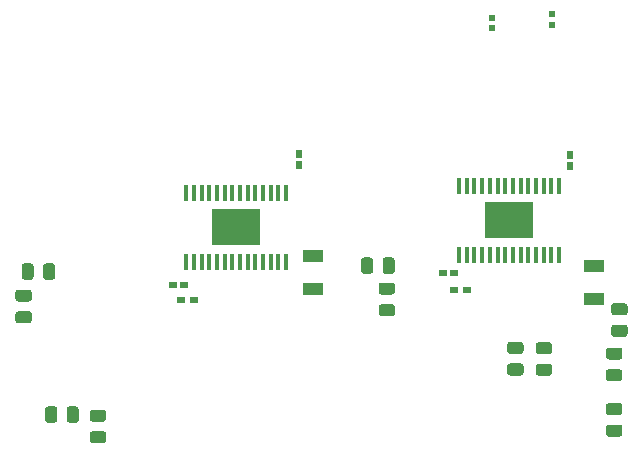
<source format=gbr>
%TF.GenerationSoftware,KiCad,Pcbnew,(5.1.9)-1*%
%TF.CreationDate,2021-10-18T22:43:19-04:00*%
%TF.ProjectId,ECE477_motorcontroller,45434534-3737-45f6-9d6f-746f72636f6e,rev?*%
%TF.SameCoordinates,Original*%
%TF.FileFunction,Paste,Top*%
%TF.FilePolarity,Positive*%
%FSLAX46Y46*%
G04 Gerber Fmt 4.6, Leading zero omitted, Abs format (unit mm)*
G04 Created by KiCad (PCBNEW (5.1.9)-1) date 2021-10-18 22:43:19*
%MOMM*%
%LPD*%
G01*
G04 APERTURE LIST*
%ADD10R,0.620000X0.600000*%
%ADD11R,0.700000X0.600000*%
%ADD12R,4.050000X3.100000*%
%ADD13R,0.450000X1.475000*%
%ADD14R,0.650000X0.620000*%
%ADD15R,1.820000X1.020000*%
%ADD16R,0.620000X0.650000*%
G04 APERTURE END LIST*
%TO.C,R14*%
G36*
G01*
X163050001Y-84900000D02*
X162149999Y-84900000D01*
G75*
G02*
X161900000Y-84650001I0J249999D01*
G01*
X161900000Y-84124999D01*
G75*
G02*
X162149999Y-83875000I249999J0D01*
G01*
X163050001Y-83875000D01*
G75*
G02*
X163300000Y-84124999I0J-249999D01*
G01*
X163300000Y-84650001D01*
G75*
G02*
X163050001Y-84900000I-249999J0D01*
G01*
G37*
G36*
G01*
X163050001Y-86725000D02*
X162149999Y-86725000D01*
G75*
G02*
X161900000Y-86475001I0J249999D01*
G01*
X161900000Y-85949999D01*
G75*
G02*
X162149999Y-85700000I249999J0D01*
G01*
X163050001Y-85700000D01*
G75*
G02*
X163300000Y-85949999I0J-249999D01*
G01*
X163300000Y-86475001D01*
G75*
G02*
X163050001Y-86725000I-249999J0D01*
G01*
G37*
%TD*%
%TO.C,R12*%
G36*
G01*
X115450000Y-84399998D02*
X115450000Y-85300002D01*
G75*
G02*
X115200002Y-85550000I-249998J0D01*
G01*
X114674998Y-85550000D01*
G75*
G02*
X114425000Y-85300002I0J249998D01*
G01*
X114425000Y-84399998D01*
G75*
G02*
X114674998Y-84150000I249998J0D01*
G01*
X115200002Y-84150000D01*
G75*
G02*
X115450000Y-84399998I0J-249998D01*
G01*
G37*
G36*
G01*
X117275000Y-84399998D02*
X117275000Y-85300002D01*
G75*
G02*
X117025002Y-85550000I-249998J0D01*
G01*
X116499998Y-85550000D01*
G75*
G02*
X116250000Y-85300002I0J249998D01*
G01*
X116250000Y-84399998D01*
G75*
G02*
X116499998Y-84150000I249998J0D01*
G01*
X117025002Y-84150000D01*
G75*
G02*
X117275000Y-84399998I0J-249998D01*
G01*
G37*
%TD*%
%TO.C,R11*%
G36*
G01*
X118449998Y-86250000D02*
X119350002Y-86250000D01*
G75*
G02*
X119600000Y-86499998I0J-249998D01*
G01*
X119600000Y-87025002D01*
G75*
G02*
X119350002Y-87275000I-249998J0D01*
G01*
X118449998Y-87275000D01*
G75*
G02*
X118200000Y-87025002I0J249998D01*
G01*
X118200000Y-86499998D01*
G75*
G02*
X118449998Y-86250000I249998J0D01*
G01*
G37*
G36*
G01*
X118449998Y-84425000D02*
X119350002Y-84425000D01*
G75*
G02*
X119600000Y-84674998I0J-249998D01*
G01*
X119600000Y-85200002D01*
G75*
G02*
X119350002Y-85450000I-249998J0D01*
G01*
X118449998Y-85450000D01*
G75*
G02*
X118200000Y-85200002I0J249998D01*
G01*
X118200000Y-84674998D01*
G75*
G02*
X118449998Y-84425000I249998J0D01*
G01*
G37*
%TD*%
%TO.C,R10*%
G36*
G01*
X163050002Y-80200000D02*
X162149998Y-80200000D01*
G75*
G02*
X161900000Y-79950002I0J249998D01*
G01*
X161900000Y-79424998D01*
G75*
G02*
X162149998Y-79175000I249998J0D01*
G01*
X163050002Y-79175000D01*
G75*
G02*
X163300000Y-79424998I0J-249998D01*
G01*
X163300000Y-79950002D01*
G75*
G02*
X163050002Y-80200000I-249998J0D01*
G01*
G37*
G36*
G01*
X163050002Y-82025000D02*
X162149998Y-82025000D01*
G75*
G02*
X161900000Y-81775002I0J249998D01*
G01*
X161900000Y-81249998D01*
G75*
G02*
X162149998Y-81000000I249998J0D01*
G01*
X163050002Y-81000000D01*
G75*
G02*
X163300000Y-81249998I0J-249998D01*
G01*
X163300000Y-81775002D01*
G75*
G02*
X163050002Y-82025000I-249998J0D01*
G01*
G37*
%TD*%
%TO.C,R9*%
G36*
G01*
X112149998Y-76100000D02*
X113050002Y-76100000D01*
G75*
G02*
X113300000Y-76349998I0J-249998D01*
G01*
X113300000Y-76875002D01*
G75*
G02*
X113050002Y-77125000I-249998J0D01*
G01*
X112149998Y-77125000D01*
G75*
G02*
X111900000Y-76875002I0J249998D01*
G01*
X111900000Y-76349998D01*
G75*
G02*
X112149998Y-76100000I249998J0D01*
G01*
G37*
G36*
G01*
X112149998Y-74275000D02*
X113050002Y-74275000D01*
G75*
G02*
X113300000Y-74524998I0J-249998D01*
G01*
X113300000Y-75050002D01*
G75*
G02*
X113050002Y-75300000I-249998J0D01*
G01*
X112149998Y-75300000D01*
G75*
G02*
X111900000Y-75050002I0J249998D01*
G01*
X111900000Y-74524998D01*
G75*
G02*
X112149998Y-74275000I249998J0D01*
G01*
G37*
%TD*%
%TO.C,R8*%
G36*
G01*
X142899998Y-75500000D02*
X143800002Y-75500000D01*
G75*
G02*
X144050000Y-75749998I0J-249998D01*
G01*
X144050000Y-76275002D01*
G75*
G02*
X143800002Y-76525000I-249998J0D01*
G01*
X142899998Y-76525000D01*
G75*
G02*
X142650000Y-76275002I0J249998D01*
G01*
X142650000Y-75749998D01*
G75*
G02*
X142899998Y-75500000I249998J0D01*
G01*
G37*
G36*
G01*
X142899998Y-73675000D02*
X143800002Y-73675000D01*
G75*
G02*
X144050000Y-73924998I0J-249998D01*
G01*
X144050000Y-74450002D01*
G75*
G02*
X143800002Y-74700000I-249998J0D01*
G01*
X142899998Y-74700000D01*
G75*
G02*
X142650000Y-74450002I0J249998D01*
G01*
X142650000Y-73924998D01*
G75*
G02*
X142899998Y-73675000I249998J0D01*
G01*
G37*
%TD*%
%TO.C,R7*%
G36*
G01*
X143000000Y-72700002D02*
X143000000Y-71799998D01*
G75*
G02*
X143249998Y-71550000I249998J0D01*
G01*
X143775002Y-71550000D01*
G75*
G02*
X144025000Y-71799998I0J-249998D01*
G01*
X144025000Y-72700002D01*
G75*
G02*
X143775002Y-72950000I-249998J0D01*
G01*
X143249998Y-72950000D01*
G75*
G02*
X143000000Y-72700002I0J249998D01*
G01*
G37*
G36*
G01*
X141175000Y-72700002D02*
X141175000Y-71799998D01*
G75*
G02*
X141424998Y-71550000I249998J0D01*
G01*
X141950002Y-71550000D01*
G75*
G02*
X142200000Y-71799998I0J-249998D01*
G01*
X142200000Y-72700002D01*
G75*
G02*
X141950002Y-72950000I-249998J0D01*
G01*
X141424998Y-72950000D01*
G75*
G02*
X141175000Y-72700002I0J249998D01*
G01*
G37*
%TD*%
%TO.C,R4*%
G36*
G01*
X162599998Y-77250000D02*
X163500002Y-77250000D01*
G75*
G02*
X163750000Y-77499998I0J-249998D01*
G01*
X163750000Y-78025002D01*
G75*
G02*
X163500002Y-78275000I-249998J0D01*
G01*
X162599998Y-78275000D01*
G75*
G02*
X162350000Y-78025002I0J249998D01*
G01*
X162350000Y-77499998D01*
G75*
G02*
X162599998Y-77250000I249998J0D01*
G01*
G37*
G36*
G01*
X162599998Y-75425000D02*
X163500002Y-75425000D01*
G75*
G02*
X163750000Y-75674998I0J-249998D01*
G01*
X163750000Y-76200002D01*
G75*
G02*
X163500002Y-76450000I-249998J0D01*
G01*
X162599998Y-76450000D01*
G75*
G02*
X162350000Y-76200002I0J249998D01*
G01*
X162350000Y-75674998D01*
G75*
G02*
X162599998Y-75425000I249998J0D01*
G01*
G37*
%TD*%
%TO.C,R3*%
G36*
G01*
X113450000Y-72299998D02*
X113450000Y-73200002D01*
G75*
G02*
X113200002Y-73450000I-249998J0D01*
G01*
X112674998Y-73450000D01*
G75*
G02*
X112425000Y-73200002I0J249998D01*
G01*
X112425000Y-72299998D01*
G75*
G02*
X112674998Y-72050000I249998J0D01*
G01*
X113200002Y-72050000D01*
G75*
G02*
X113450000Y-72299998I0J-249998D01*
G01*
G37*
G36*
G01*
X115275000Y-72299998D02*
X115275000Y-73200002D01*
G75*
G02*
X115025002Y-73450000I-249998J0D01*
G01*
X114499998Y-73450000D01*
G75*
G02*
X114250000Y-73200002I0J249998D01*
G01*
X114250000Y-72299998D01*
G75*
G02*
X114499998Y-72050000I249998J0D01*
G01*
X115025002Y-72050000D01*
G75*
G02*
X115275000Y-72299998I0J-249998D01*
G01*
G37*
%TD*%
D10*
%TO.C,C14*%
X152300000Y-51240000D03*
X152300000Y-52160000D03*
%TD*%
%TO.C,C13*%
X157300000Y-50940000D03*
X157300000Y-51860000D03*
%TD*%
%TO.C,R6*%
G36*
G01*
X154678002Y-79721000D02*
X153777998Y-79721000D01*
G75*
G02*
X153528000Y-79471002I0J249998D01*
G01*
X153528000Y-78945998D01*
G75*
G02*
X153777998Y-78696000I249998J0D01*
G01*
X154678002Y-78696000D01*
G75*
G02*
X154928000Y-78945998I0J-249998D01*
G01*
X154928000Y-79471002D01*
G75*
G02*
X154678002Y-79721000I-249998J0D01*
G01*
G37*
G36*
G01*
X154678002Y-81546000D02*
X153777998Y-81546000D01*
G75*
G02*
X153528000Y-81296002I0J249998D01*
G01*
X153528000Y-80770998D01*
G75*
G02*
X153777998Y-80521000I249998J0D01*
G01*
X154678002Y-80521000D01*
G75*
G02*
X154928000Y-80770998I0J-249998D01*
G01*
X154928000Y-81296002D01*
G75*
G02*
X154678002Y-81546000I-249998J0D01*
G01*
G37*
%TD*%
%TO.C,R5*%
G36*
G01*
X157100002Y-79750000D02*
X156199998Y-79750000D01*
G75*
G02*
X155950000Y-79500002I0J249998D01*
G01*
X155950000Y-78974998D01*
G75*
G02*
X156199998Y-78725000I249998J0D01*
G01*
X157100002Y-78725000D01*
G75*
G02*
X157350000Y-78974998I0J-249998D01*
G01*
X157350000Y-79500002D01*
G75*
G02*
X157100002Y-79750000I-249998J0D01*
G01*
G37*
G36*
G01*
X157100002Y-81575000D02*
X156199998Y-81575000D01*
G75*
G02*
X155950000Y-81325002I0J249998D01*
G01*
X155950000Y-80799998D01*
G75*
G02*
X156199998Y-80550000I249998J0D01*
G01*
X157100002Y-80550000D01*
G75*
G02*
X157350000Y-80799998I0J-249998D01*
G01*
X157350000Y-81325002D01*
G75*
G02*
X157100002Y-81575000I-249998J0D01*
G01*
G37*
%TD*%
D11*
%TO.C,Rnfault2*%
X150114000Y-74293000D03*
X149014000Y-74293000D03*
%TD*%
%TO.C,Rnfault1*%
X127000000Y-75184000D03*
X125900000Y-75184000D03*
%TD*%
D12*
%TO.C,IC2*%
X153700000Y-68400000D03*
D13*
X157925000Y-71338000D03*
X157275000Y-71338000D03*
X156625000Y-71338000D03*
X155975000Y-71338000D03*
X155325000Y-71338000D03*
X154675000Y-71338000D03*
X154025000Y-71338000D03*
X153375000Y-71338000D03*
X152725000Y-71338000D03*
X152075000Y-71338000D03*
X151425000Y-71338000D03*
X150775000Y-71338000D03*
X150125000Y-71338000D03*
X149475000Y-71338000D03*
X149475000Y-65462000D03*
X150125000Y-65462000D03*
X150775000Y-65462000D03*
X151425000Y-65462000D03*
X152075000Y-65462000D03*
X152725000Y-65462000D03*
X153375000Y-65462000D03*
X154025000Y-65462000D03*
X154675000Y-65462000D03*
X155325000Y-65462000D03*
X155975000Y-65462000D03*
X156625000Y-65462000D03*
X157275000Y-65462000D03*
X157925000Y-65462000D03*
%TD*%
D12*
%TO.C,IC1*%
X130600000Y-69000000D03*
D13*
X134825000Y-71938000D03*
X134175000Y-71938000D03*
X133525000Y-71938000D03*
X132875000Y-71938000D03*
X132225000Y-71938000D03*
X131575000Y-71938000D03*
X130925000Y-71938000D03*
X130275000Y-71938000D03*
X129625000Y-71938000D03*
X128975000Y-71938000D03*
X128325000Y-71938000D03*
X127675000Y-71938000D03*
X127025000Y-71938000D03*
X126375000Y-71938000D03*
X126375000Y-66062000D03*
X127025000Y-66062000D03*
X127675000Y-66062000D03*
X128325000Y-66062000D03*
X128975000Y-66062000D03*
X129625000Y-66062000D03*
X130275000Y-66062000D03*
X130925000Y-66062000D03*
X131575000Y-66062000D03*
X132225000Y-66062000D03*
X132875000Y-66062000D03*
X133525000Y-66062000D03*
X134175000Y-66062000D03*
X134825000Y-66062000D03*
%TD*%
D14*
%TO.C,C12*%
X148150000Y-72898000D03*
X149030000Y-72898000D03*
%TD*%
D15*
%TO.C,C11*%
X160884000Y-72290000D03*
X160884000Y-75090000D03*
%TD*%
D16*
%TO.C,C9*%
X158900000Y-63790000D03*
X158900000Y-62910000D03*
%TD*%
D15*
%TO.C,C8*%
X137116000Y-71424000D03*
X137116000Y-74224000D03*
%TD*%
D14*
%TO.C,C2*%
X125290000Y-73914000D03*
X126170000Y-73914000D03*
%TD*%
D16*
%TO.C,C1*%
X135890000Y-62806000D03*
X135890000Y-63686000D03*
%TD*%
M02*

</source>
